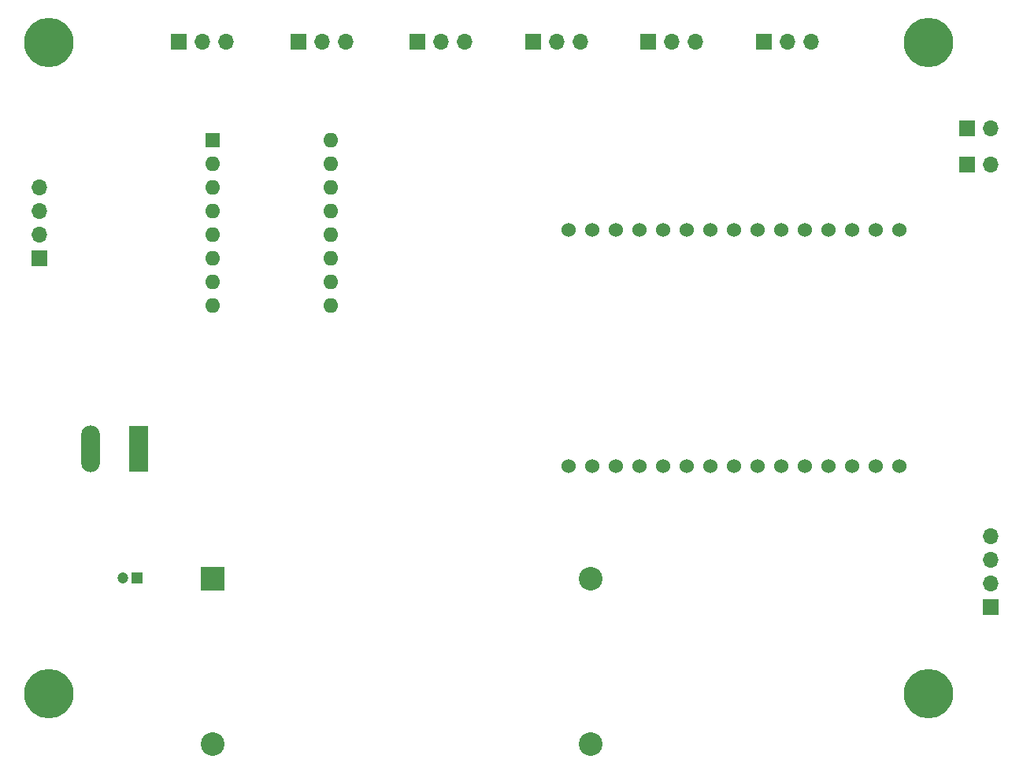
<source format=gbr>
%TF.GenerationSoftware,KiCad,Pcbnew,8.0.9*%
%TF.CreationDate,2025-04-18T23:28:22-04:00*%
%TF.ProjectId,NathanHuang_Sp25_1,4e617468-616e-4487-9561-6e675f537032,rev?*%
%TF.SameCoordinates,Original*%
%TF.FileFunction,Soldermask,Top*%
%TF.FilePolarity,Negative*%
%FSLAX46Y46*%
G04 Gerber Fmt 4.6, Leading zero omitted, Abs format (unit mm)*
G04 Created by KiCad (PCBNEW 8.0.9) date 2025-04-18 23:28:22*
%MOMM*%
%LPD*%
G01*
G04 APERTURE LIST*
%ADD10R,1.700000X1.700000*%
%ADD11O,1.700000X1.700000*%
%ADD12C,5.300000*%
%ADD13R,1.600000X1.600000*%
%ADD14O,1.600000X1.600000*%
%ADD15C,1.524000*%
%ADD16R,1.200000X1.200000*%
%ADD17C,1.200000*%
%ADD18R,2.020000X5.020000*%
%ADD19O,2.020000X5.020000*%
%ADD20R,2.540000X2.540000*%
%ADD21C,2.540000*%
G04 APERTURE END LIST*
D10*
%TO.C,M2*%
X111449142Y-67025000D03*
D11*
X113989142Y-67025000D03*
X116529142Y-67025000D03*
%TD*%
D12*
%TO.C,H4*%
X179220000Y-137150000D03*
%TD*%
D13*
%TO.C,U3*%
X102230000Y-77635000D03*
D14*
X102230000Y-80175000D03*
X102230000Y-82715000D03*
X102230000Y-85255000D03*
X102230000Y-87795000D03*
X102230000Y-90335000D03*
X102230000Y-92875000D03*
X102230000Y-95415000D03*
X114930000Y-95415000D03*
X114930000Y-92875000D03*
X114930000Y-90335000D03*
X114930000Y-87795000D03*
X114930000Y-85255000D03*
X114930000Y-82715000D03*
X114930000Y-80175000D03*
X114930000Y-77635000D03*
%TD*%
D12*
%TO.C,H3*%
X179220000Y-67150000D03*
%TD*%
D15*
%TO.C,U1*%
X140565000Y-112650000D03*
X143105000Y-112650000D03*
X145645000Y-112650000D03*
X148185000Y-112650000D03*
X150725000Y-112650000D03*
X153265000Y-112650000D03*
X155805000Y-112650000D03*
X158345000Y-112650000D03*
X160885000Y-112650000D03*
X163425000Y-112650000D03*
X165965000Y-112650000D03*
X168505000Y-112650000D03*
X171045000Y-112650000D03*
X173585000Y-112650000D03*
X176125000Y-112650000D03*
X140565000Y-87250000D03*
X143105000Y-87250000D03*
X145645000Y-87250000D03*
X148185000Y-87250000D03*
X150725000Y-87250000D03*
X153265000Y-87250000D03*
X155805000Y-87250000D03*
X158345000Y-87250000D03*
X160885000Y-87250000D03*
X163425000Y-87250000D03*
X165965000Y-87250000D03*
X168505000Y-87250000D03*
X171045000Y-87250000D03*
X173585000Y-87250000D03*
X176125000Y-87250000D03*
%TD*%
D10*
%TO.C,SW1*%
X183360000Y-76325000D03*
D11*
X185900000Y-76325000D03*
%TD*%
D10*
%TO.C,U4*%
X185900000Y-127830000D03*
D11*
X185900000Y-125290000D03*
X185900000Y-122750000D03*
X185900000Y-120210000D03*
%TD*%
D10*
%TO.C,M1*%
X98600000Y-67025000D03*
D11*
X101140000Y-67025000D03*
X103680000Y-67025000D03*
%TD*%
D16*
%TO.C,C1*%
X94122600Y-124700000D03*
D17*
X92622600Y-124700000D03*
%TD*%
D10*
%TO.C,SW2*%
X183360000Y-80225000D03*
D11*
X185900000Y-80225000D03*
%TD*%
D18*
%TO.C,J1*%
X94285000Y-110850000D03*
D19*
X89105000Y-110850000D03*
%TD*%
D20*
%TO.C,U2*%
X102275000Y-124760000D03*
D21*
X102275000Y-142540000D03*
X142915000Y-142540000D03*
X142915000Y-124760000D03*
%TD*%
D12*
%TO.C,H1*%
X84670000Y-137150000D03*
%TD*%
D10*
%TO.C,M5*%
X149115140Y-67025000D03*
D11*
X151655140Y-67025000D03*
X154195140Y-67025000D03*
%TD*%
D10*
%TO.C,M6*%
X161523572Y-67025000D03*
D11*
X164063572Y-67025000D03*
X166603572Y-67025000D03*
%TD*%
D10*
%TO.C,M3*%
X124298284Y-67025000D03*
D11*
X126838284Y-67025000D03*
X129378284Y-67025000D03*
%TD*%
D10*
%TO.C,M4*%
X136706712Y-67025000D03*
D11*
X139246712Y-67025000D03*
X141786712Y-67025000D03*
%TD*%
D10*
%TO.C,M7*%
X83620000Y-90375000D03*
D11*
X83620000Y-87835000D03*
X83620000Y-85295000D03*
X83620000Y-82755000D03*
%TD*%
D12*
%TO.C,H2*%
X84670000Y-67150000D03*
%TD*%
M02*

</source>
